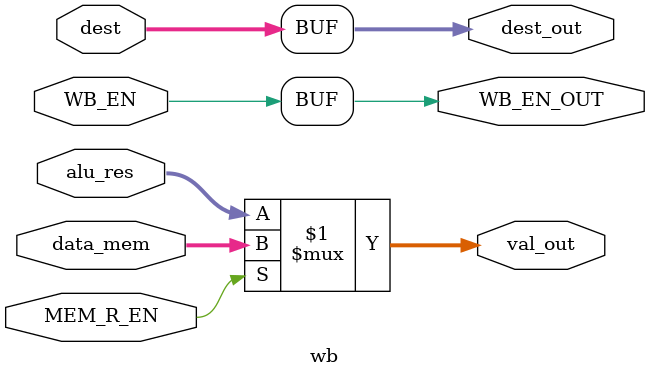
<source format=sv>
`timescale 1ns/1ns

module wb (
    input WB_EN, MEM_R_EN,
    input [31:0] alu_res, data_mem,
    input [3:0] dest,

    output WB_EN_OUT,
    output [31:0] val_out,
    output [3:0] dest_out
);

    assign WB_EN_OUT = WB_EN;
    assign val_out = MEM_R_EN ? data_mem : alu_res;
    assign dest_out = dest;
    
endmodule
</source>
